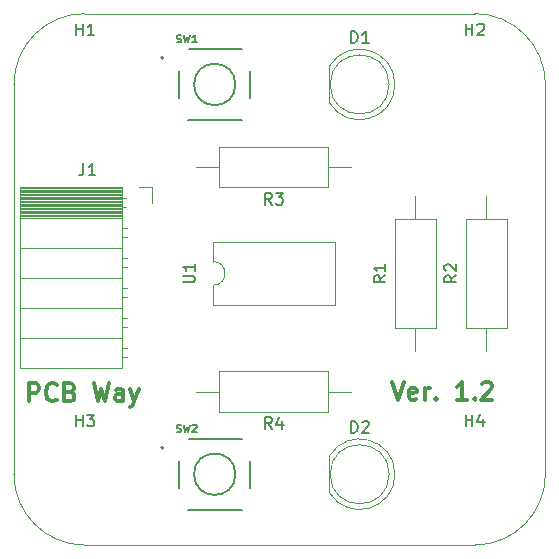
<source format=gbr>
%TF.GenerationSoftware,KiCad,Pcbnew,(6.0.6)*%
%TF.CreationDate,2023-02-06T16:26:42-08:00*%
%TF.ProjectId,PIC10F200 PCB,50494331-3046-4323-9030-205043422e6b,rev?*%
%TF.SameCoordinates,Original*%
%TF.FileFunction,Legend,Top*%
%TF.FilePolarity,Positive*%
%FSLAX46Y46*%
G04 Gerber Fmt 4.6, Leading zero omitted, Abs format (unit mm)*
G04 Created by KiCad (PCBNEW (6.0.6)) date 2023-02-06 16:26:42*
%MOMM*%
%LPD*%
G01*
G04 APERTURE LIST*
%ADD10C,0.300000*%
%TA.AperFunction,Profile*%
%ADD11C,0.100000*%
%TD*%
%ADD12C,0.150000*%
%ADD13C,0.127000*%
%ADD14C,0.200000*%
%ADD15C,0.120000*%
G04 APERTURE END LIST*
D10*
X142998571Y-103178571D02*
X143498571Y-104678571D01*
X143998571Y-103178571D01*
X145070000Y-104607142D02*
X144927142Y-104678571D01*
X144641428Y-104678571D01*
X144498571Y-104607142D01*
X144427142Y-104464285D01*
X144427142Y-103892857D01*
X144498571Y-103750000D01*
X144641428Y-103678571D01*
X144927142Y-103678571D01*
X145070000Y-103750000D01*
X145141428Y-103892857D01*
X145141428Y-104035714D01*
X144427142Y-104178571D01*
X145784285Y-104678571D02*
X145784285Y-103678571D01*
X145784285Y-103964285D02*
X145855714Y-103821428D01*
X145927142Y-103750000D01*
X146070000Y-103678571D01*
X146212857Y-103678571D01*
X146712857Y-104535714D02*
X146784285Y-104607142D01*
X146712857Y-104678571D01*
X146641428Y-104607142D01*
X146712857Y-104535714D01*
X146712857Y-104678571D01*
X149355714Y-104678571D02*
X148498571Y-104678571D01*
X148927142Y-104678571D02*
X148927142Y-103178571D01*
X148784285Y-103392857D01*
X148641428Y-103535714D01*
X148498571Y-103607142D01*
X149998571Y-104535714D02*
X150070000Y-104607142D01*
X149998571Y-104678571D01*
X149927142Y-104607142D01*
X149998571Y-104535714D01*
X149998571Y-104678571D01*
X150641428Y-103321428D02*
X150712857Y-103250000D01*
X150855714Y-103178571D01*
X151212857Y-103178571D01*
X151355714Y-103250000D01*
X151427142Y-103321428D01*
X151498571Y-103464285D01*
X151498571Y-103607142D01*
X151427142Y-103821428D01*
X150570000Y-104678571D01*
X151498571Y-104678571D01*
D11*
X111000000Y-111000000D02*
G75*
G03*
X117000000Y-117000000I6000000J0D01*
G01*
X156000000Y-78000000D02*
G75*
G03*
X150000000Y-72000000I-6000000J0D01*
G01*
X150000000Y-117000000D02*
X117000000Y-117000000D01*
X150000000Y-117000000D02*
G75*
G03*
X156000000Y-111000000I0J6000000D01*
G01*
X117000000Y-72000000D02*
G75*
G03*
X111000000Y-78000000I0J-6000000D01*
G01*
X117000000Y-72000000D02*
X150000000Y-72000000D01*
X111000000Y-111000000D02*
X111000000Y-78000000D01*
X156000000Y-78000000D02*
X156000000Y-111000000D01*
D10*
X112268571Y-104818571D02*
X112268571Y-103318571D01*
X112840000Y-103318571D01*
X112982857Y-103390000D01*
X113054285Y-103461428D01*
X113125714Y-103604285D01*
X113125714Y-103818571D01*
X113054285Y-103961428D01*
X112982857Y-104032857D01*
X112840000Y-104104285D01*
X112268571Y-104104285D01*
X114625714Y-104675714D02*
X114554285Y-104747142D01*
X114340000Y-104818571D01*
X114197142Y-104818571D01*
X113982857Y-104747142D01*
X113840000Y-104604285D01*
X113768571Y-104461428D01*
X113697142Y-104175714D01*
X113697142Y-103961428D01*
X113768571Y-103675714D01*
X113840000Y-103532857D01*
X113982857Y-103390000D01*
X114197142Y-103318571D01*
X114340000Y-103318571D01*
X114554285Y-103390000D01*
X114625714Y-103461428D01*
X115768571Y-104032857D02*
X115982857Y-104104285D01*
X116054285Y-104175714D01*
X116125714Y-104318571D01*
X116125714Y-104532857D01*
X116054285Y-104675714D01*
X115982857Y-104747142D01*
X115840000Y-104818571D01*
X115268571Y-104818571D01*
X115268571Y-103318571D01*
X115768571Y-103318571D01*
X115911428Y-103390000D01*
X115982857Y-103461428D01*
X116054285Y-103604285D01*
X116054285Y-103747142D01*
X115982857Y-103890000D01*
X115911428Y-103961428D01*
X115768571Y-104032857D01*
X115268571Y-104032857D01*
X117768571Y-103318571D02*
X118125714Y-104818571D01*
X118411428Y-103747142D01*
X118697142Y-104818571D01*
X119054285Y-103318571D01*
X120268571Y-104818571D02*
X120268571Y-104032857D01*
X120197142Y-103890000D01*
X120054285Y-103818571D01*
X119768571Y-103818571D01*
X119625714Y-103890000D01*
X120268571Y-104747142D02*
X120125714Y-104818571D01*
X119768571Y-104818571D01*
X119625714Y-104747142D01*
X119554285Y-104604285D01*
X119554285Y-104461428D01*
X119625714Y-104318571D01*
X119768571Y-104247142D01*
X120125714Y-104247142D01*
X120268571Y-104175714D01*
X120840000Y-103818571D02*
X121197142Y-104818571D01*
X121554285Y-103818571D02*
X121197142Y-104818571D01*
X121054285Y-105175714D01*
X120982857Y-105247142D01*
X120840000Y-105318571D01*
D12*
%TO.C,SW1*%
X124796442Y-74410862D02*
X124886534Y-74440892D01*
X125036687Y-74440892D01*
X125096748Y-74410862D01*
X125126779Y-74380831D01*
X125156810Y-74320770D01*
X125156810Y-74260709D01*
X125126779Y-74200647D01*
X125096748Y-74170617D01*
X125036687Y-74140586D01*
X124916565Y-74110556D01*
X124856503Y-74080525D01*
X124826473Y-74050494D01*
X124796442Y-73990433D01*
X124796442Y-73930372D01*
X124826473Y-73870311D01*
X124856503Y-73840280D01*
X124916565Y-73810249D01*
X125066718Y-73810249D01*
X125156810Y-73840280D01*
X125367024Y-73810249D02*
X125517177Y-74440892D01*
X125637300Y-73990433D01*
X125757422Y-74440892D01*
X125907575Y-73810249D01*
X126478157Y-74440892D02*
X126117789Y-74440892D01*
X126297973Y-74440892D02*
X126297973Y-73810249D01*
X126237912Y-73900341D01*
X126177851Y-73960402D01*
X126117789Y-73990433D01*
%TO.C,H3*%
X116238095Y-106952380D02*
X116238095Y-105952380D01*
X116238095Y-106428571D02*
X116809523Y-106428571D01*
X116809523Y-106952380D02*
X116809523Y-105952380D01*
X117190476Y-105952380D02*
X117809523Y-105952380D01*
X117476190Y-106333333D01*
X117619047Y-106333333D01*
X117714285Y-106380952D01*
X117761904Y-106428571D01*
X117809523Y-106523809D01*
X117809523Y-106761904D01*
X117761904Y-106857142D01*
X117714285Y-106904761D01*
X117619047Y-106952380D01*
X117333333Y-106952380D01*
X117238095Y-106904761D01*
X117190476Y-106857142D01*
%TO.C,SW2*%
X124796442Y-107410862D02*
X124886534Y-107440892D01*
X125036687Y-107440892D01*
X125096748Y-107410862D01*
X125126779Y-107380831D01*
X125156810Y-107320770D01*
X125156810Y-107260709D01*
X125126779Y-107200647D01*
X125096748Y-107170617D01*
X125036687Y-107140586D01*
X124916565Y-107110556D01*
X124856503Y-107080525D01*
X124826473Y-107050494D01*
X124796442Y-106990433D01*
X124796442Y-106930372D01*
X124826473Y-106870311D01*
X124856503Y-106840280D01*
X124916565Y-106810249D01*
X125066718Y-106810249D01*
X125156810Y-106840280D01*
X125367024Y-106810249D02*
X125517177Y-107440892D01*
X125637300Y-106990433D01*
X125757422Y-107440892D01*
X125907575Y-106810249D01*
X126117789Y-106870311D02*
X126147820Y-106840280D01*
X126207881Y-106810249D01*
X126358034Y-106810249D01*
X126418096Y-106840280D01*
X126448126Y-106870311D01*
X126478157Y-106930372D01*
X126478157Y-106990433D01*
X126448126Y-107080525D01*
X126087759Y-107440892D01*
X126478157Y-107440892D01*
%TO.C,U1*%
X125322380Y-94751904D02*
X126131904Y-94751904D01*
X126227142Y-94704285D01*
X126274761Y-94656666D01*
X126322380Y-94561428D01*
X126322380Y-94370952D01*
X126274761Y-94275714D01*
X126227142Y-94228095D01*
X126131904Y-94180476D01*
X125322380Y-94180476D01*
X126322380Y-93180476D02*
X126322380Y-93751904D01*
X126322380Y-93466190D02*
X125322380Y-93466190D01*
X125465238Y-93561428D01*
X125560476Y-93656666D01*
X125608095Y-93751904D01*
%TO.C,R1*%
X142452380Y-94166666D02*
X141976190Y-94500000D01*
X142452380Y-94738095D02*
X141452380Y-94738095D01*
X141452380Y-94357142D01*
X141500000Y-94261904D01*
X141547619Y-94214285D01*
X141642857Y-94166666D01*
X141785714Y-94166666D01*
X141880952Y-94214285D01*
X141928571Y-94261904D01*
X141976190Y-94357142D01*
X141976190Y-94738095D01*
X142452380Y-93214285D02*
X142452380Y-93785714D01*
X142452380Y-93500000D02*
X141452380Y-93500000D01*
X141595238Y-93595238D01*
X141690476Y-93690476D01*
X141738095Y-93785714D01*
%TO.C,R4*%
X132833333Y-107172380D02*
X132500000Y-106696190D01*
X132261904Y-107172380D02*
X132261904Y-106172380D01*
X132642857Y-106172380D01*
X132738095Y-106220000D01*
X132785714Y-106267619D01*
X132833333Y-106362857D01*
X132833333Y-106505714D01*
X132785714Y-106600952D01*
X132738095Y-106648571D01*
X132642857Y-106696190D01*
X132261904Y-106696190D01*
X133690476Y-106505714D02*
X133690476Y-107172380D01*
X133452380Y-106124761D02*
X133214285Y-106839047D01*
X133833333Y-106839047D01*
%TO.C,H1*%
X116238095Y-73852380D02*
X116238095Y-72852380D01*
X116238095Y-73328571D02*
X116809523Y-73328571D01*
X116809523Y-73852380D02*
X116809523Y-72852380D01*
X117809523Y-73852380D02*
X117238095Y-73852380D01*
X117523809Y-73852380D02*
X117523809Y-72852380D01*
X117428571Y-72995238D01*
X117333333Y-73090476D01*
X117238095Y-73138095D01*
%TO.C,R3*%
X132833333Y-88172380D02*
X132500000Y-87696190D01*
X132261904Y-88172380D02*
X132261904Y-87172380D01*
X132642857Y-87172380D01*
X132738095Y-87220000D01*
X132785714Y-87267619D01*
X132833333Y-87362857D01*
X132833333Y-87505714D01*
X132785714Y-87600952D01*
X132738095Y-87648571D01*
X132642857Y-87696190D01*
X132261904Y-87696190D01*
X133166666Y-87172380D02*
X133785714Y-87172380D01*
X133452380Y-87553333D01*
X133595238Y-87553333D01*
X133690476Y-87600952D01*
X133738095Y-87648571D01*
X133785714Y-87743809D01*
X133785714Y-87981904D01*
X133738095Y-88077142D01*
X133690476Y-88124761D01*
X133595238Y-88172380D01*
X133309523Y-88172380D01*
X133214285Y-88124761D01*
X133166666Y-88077142D01*
%TO.C,D1*%
X139531904Y-74492380D02*
X139531904Y-73492380D01*
X139770000Y-73492380D01*
X139912857Y-73540000D01*
X140008095Y-73635238D01*
X140055714Y-73730476D01*
X140103333Y-73920952D01*
X140103333Y-74063809D01*
X140055714Y-74254285D01*
X140008095Y-74349523D01*
X139912857Y-74444761D01*
X139770000Y-74492380D01*
X139531904Y-74492380D01*
X141055714Y-74492380D02*
X140484285Y-74492380D01*
X140770000Y-74492380D02*
X140770000Y-73492380D01*
X140674761Y-73635238D01*
X140579523Y-73730476D01*
X140484285Y-73778095D01*
%TO.C,J1*%
X116886666Y-84682380D02*
X116886666Y-85396666D01*
X116839047Y-85539523D01*
X116743809Y-85634761D01*
X116600952Y-85682380D01*
X116505714Y-85682380D01*
X117886666Y-85682380D02*
X117315238Y-85682380D01*
X117600952Y-85682380D02*
X117600952Y-84682380D01*
X117505714Y-84825238D01*
X117410476Y-84920476D01*
X117315238Y-84968095D01*
%TO.C,H4*%
X149238095Y-106952380D02*
X149238095Y-105952380D01*
X149238095Y-106428571D02*
X149809523Y-106428571D01*
X149809523Y-106952380D02*
X149809523Y-105952380D01*
X150714285Y-106285714D02*
X150714285Y-106952380D01*
X150476190Y-105904761D02*
X150238095Y-106619047D01*
X150857142Y-106619047D01*
%TO.C,H2*%
X149238095Y-73852380D02*
X149238095Y-72852380D01*
X149238095Y-73328571D02*
X149809523Y-73328571D01*
X149809523Y-73852380D02*
X149809523Y-72852380D01*
X150238095Y-72947619D02*
X150285714Y-72900000D01*
X150380952Y-72852380D01*
X150619047Y-72852380D01*
X150714285Y-72900000D01*
X150761904Y-72947619D01*
X150809523Y-73042857D01*
X150809523Y-73138095D01*
X150761904Y-73280952D01*
X150190476Y-73852380D01*
X150809523Y-73852380D01*
%TO.C,D2*%
X139531904Y-107492380D02*
X139531904Y-106492380D01*
X139770000Y-106492380D01*
X139912857Y-106540000D01*
X140008095Y-106635238D01*
X140055714Y-106730476D01*
X140103333Y-106920952D01*
X140103333Y-107063809D01*
X140055714Y-107254285D01*
X140008095Y-107349523D01*
X139912857Y-107444761D01*
X139770000Y-107492380D01*
X139531904Y-107492380D01*
X140484285Y-106587619D02*
X140531904Y-106540000D01*
X140627142Y-106492380D01*
X140865238Y-106492380D01*
X140960476Y-106540000D01*
X141008095Y-106587619D01*
X141055714Y-106682857D01*
X141055714Y-106778095D01*
X141008095Y-106920952D01*
X140436666Y-107492380D01*
X141055714Y-107492380D01*
%TO.C,R2*%
X148452380Y-94166666D02*
X147976190Y-94500000D01*
X148452380Y-94738095D02*
X147452380Y-94738095D01*
X147452380Y-94357142D01*
X147500000Y-94261904D01*
X147547619Y-94214285D01*
X147642857Y-94166666D01*
X147785714Y-94166666D01*
X147880952Y-94214285D01*
X147928571Y-94261904D01*
X147976190Y-94357142D01*
X147976190Y-94738095D01*
X147547619Y-93785714D02*
X147500000Y-93738095D01*
X147452380Y-93642857D01*
X147452380Y-93404761D01*
X147500000Y-93309523D01*
X147547619Y-93261904D01*
X147642857Y-93214285D01*
X147738095Y-93214285D01*
X147880952Y-93261904D01*
X148452380Y-93833333D01*
X148452380Y-93214285D01*
D13*
%TO.C,SW1*%
X130300000Y-80995000D02*
X125700000Y-80995000D01*
X131000000Y-76850000D02*
X131000000Y-79150000D01*
X125800000Y-75005000D02*
X130300000Y-75005000D01*
X125005000Y-76850000D02*
X125005000Y-79150000D01*
X129755000Y-78000000D02*
G75*
G03*
X129755000Y-78000000I-1755000J0D01*
G01*
D14*
X123655000Y-75750000D02*
G75*
G03*
X123655000Y-75750000I-100000J0D01*
G01*
D13*
%TO.C,SW2*%
X125800000Y-108005000D02*
X130300000Y-108005000D01*
X125005000Y-109850000D02*
X125005000Y-112150000D01*
X130300000Y-113995000D02*
X125700000Y-113995000D01*
X131000000Y-109850000D02*
X131000000Y-112150000D01*
D14*
X123655000Y-108750000D02*
G75*
G03*
X123655000Y-108750000I-100000J0D01*
G01*
D13*
X129755000Y-111000000D02*
G75*
G03*
X129755000Y-111000000I-1755000J0D01*
G01*
D15*
%TO.C,U1*%
X127870000Y-91340000D02*
X127870000Y-92990000D01*
X127870000Y-94990000D02*
X127870000Y-96640000D01*
X127870000Y-96640000D02*
X138150000Y-96640000D01*
X138150000Y-96640000D02*
X138150000Y-91340000D01*
X138150000Y-91340000D02*
X127870000Y-91340000D01*
X127870000Y-94990000D02*
G75*
G03*
X127870000Y-92990000I0J1000000D01*
G01*
%TO.C,R1*%
X146720000Y-98620000D02*
X146720000Y-89380000D01*
X146720000Y-89380000D02*
X143280000Y-89380000D01*
X145000000Y-100580000D02*
X145000000Y-98620000D01*
X145000000Y-87420000D02*
X145000000Y-89380000D01*
X143280000Y-98620000D02*
X146720000Y-98620000D01*
X143280000Y-89380000D02*
X143280000Y-98620000D01*
%TO.C,R4*%
X137620000Y-102280000D02*
X128380000Y-102280000D01*
X128380000Y-102280000D02*
X128380000Y-105720000D01*
X128380000Y-105720000D02*
X137620000Y-105720000D01*
X139580000Y-104000000D02*
X137620000Y-104000000D01*
X137620000Y-105720000D02*
X137620000Y-102280000D01*
X126420000Y-104000000D02*
X128380000Y-104000000D01*
%TO.C,R3*%
X139580000Y-85000000D02*
X137620000Y-85000000D01*
X126420000Y-85000000D02*
X128380000Y-85000000D01*
X128380000Y-83280000D02*
X128380000Y-86720000D01*
X137620000Y-86720000D02*
X137620000Y-83280000D01*
X137620000Y-83280000D02*
X128380000Y-83280000D01*
X128380000Y-86720000D02*
X137620000Y-86720000D01*
%TO.C,D1*%
X137710000Y-76455000D02*
X137710000Y-79545000D01*
X143260000Y-78000462D02*
G75*
G03*
X137710000Y-76455170I-2990000J462D01*
G01*
X137710000Y-79544830D02*
G75*
G03*
X143260000Y-77999538I2560000J1544830D01*
G01*
X142770000Y-78000000D02*
G75*
G03*
X142770000Y-78000000I-2500000J0D01*
G01*
%TO.C,J1*%
X111510000Y-94350000D02*
X120140000Y-94350000D01*
X111510000Y-87380475D02*
X120140000Y-87380475D01*
X120140000Y-87640000D02*
X120490000Y-87640000D01*
X111510000Y-87970950D02*
X120140000Y-87970950D01*
X120140000Y-101060000D02*
X120550000Y-101060000D01*
X111510000Y-87144285D02*
X120140000Y-87144285D01*
X111510000Y-88915710D02*
X120140000Y-88915710D01*
X120140000Y-98520000D02*
X120550000Y-98520000D01*
X120140000Y-95980000D02*
X120550000Y-95980000D01*
X111510000Y-102030000D02*
X120140000Y-102030000D01*
X111510000Y-88207140D02*
X120140000Y-88207140D01*
X120140000Y-100340000D02*
X120550000Y-100340000D01*
X121600000Y-86670000D02*
X122710000Y-86670000D01*
X111510000Y-91810000D02*
X120140000Y-91810000D01*
X111510000Y-86670000D02*
X111510000Y-102030000D01*
X120140000Y-90900000D02*
X120550000Y-90900000D01*
X120140000Y-95260000D02*
X120550000Y-95260000D01*
X111510000Y-89151900D02*
X120140000Y-89151900D01*
X111510000Y-89033805D02*
X120140000Y-89033805D01*
X111510000Y-89270000D02*
X120140000Y-89270000D01*
X111510000Y-87026190D02*
X120140000Y-87026190D01*
X111510000Y-87734760D02*
X120140000Y-87734760D01*
X122710000Y-86670000D02*
X122710000Y-88000000D01*
X120140000Y-92720000D02*
X120550000Y-92720000D01*
X111510000Y-88561425D02*
X120140000Y-88561425D01*
X111510000Y-86908095D02*
X120140000Y-86908095D01*
X111510000Y-87616665D02*
X120140000Y-87616665D01*
X111510000Y-88679520D02*
X120140000Y-88679520D01*
X111510000Y-87262380D02*
X120140000Y-87262380D01*
X111510000Y-99430000D02*
X120140000Y-99430000D01*
X120140000Y-90180000D02*
X120550000Y-90180000D01*
X120140000Y-88360000D02*
X120490000Y-88360000D01*
X111510000Y-87498570D02*
X120140000Y-87498570D01*
X120140000Y-97800000D02*
X120550000Y-97800000D01*
X111510000Y-86670000D02*
X120140000Y-86670000D01*
X111510000Y-87852855D02*
X120140000Y-87852855D01*
X111510000Y-88443330D02*
X120140000Y-88443330D01*
X111510000Y-88325235D02*
X120140000Y-88325235D01*
X120140000Y-93440000D02*
X120550000Y-93440000D01*
X111510000Y-96890000D02*
X120140000Y-96890000D01*
X120140000Y-86670000D02*
X120140000Y-102030000D01*
X111510000Y-88089045D02*
X120140000Y-88089045D01*
X111510000Y-88797615D02*
X120140000Y-88797615D01*
X111510000Y-86790000D02*
X120140000Y-86790000D01*
%TO.C,D2*%
X137710000Y-109455000D02*
X137710000Y-112545000D01*
X143260000Y-111000462D02*
G75*
G03*
X137710000Y-109455170I-2990000J462D01*
G01*
X137710000Y-112544830D02*
G75*
G03*
X143260000Y-110999538I2560000J1544830D01*
G01*
X142770000Y-111000000D02*
G75*
G03*
X142770000Y-111000000I-2500000J0D01*
G01*
%TO.C,R2*%
X152720000Y-89380000D02*
X149280000Y-89380000D01*
X149280000Y-98620000D02*
X152720000Y-98620000D01*
X152720000Y-98620000D02*
X152720000Y-89380000D01*
X149280000Y-89380000D02*
X149280000Y-98620000D01*
X151000000Y-100580000D02*
X151000000Y-98620000D01*
X151000000Y-87420000D02*
X151000000Y-89380000D01*
%TD*%
M02*

</source>
